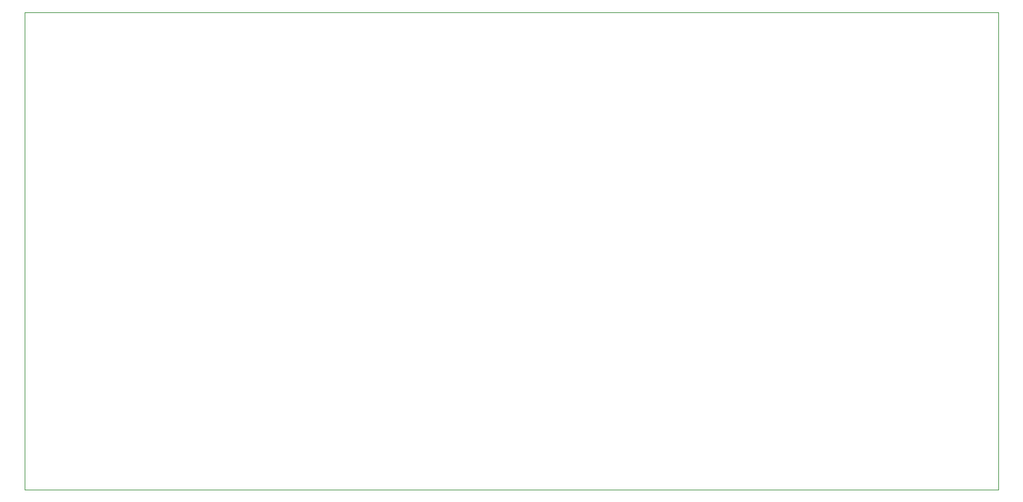
<source format=gbr>
G04 (created by PCBNEW (2013-07-07 BZR 4022)-stable) date 4/14/2014 9:30:58 PM*
%MOIN*%
G04 Gerber Fmt 3.4, Leading zero omitted, Abs format*
%FSLAX34Y34*%
G01*
G70*
G90*
G04 APERTURE LIST*
%ADD10C,0.00590551*%
%ADD11C,0.00393701*%
G04 APERTURE END LIST*
G54D10*
G54D11*
X62500Y-72000D02*
X65000Y-72000D01*
X62500Y-47500D02*
X62500Y-72000D01*
X62750Y-47500D02*
X62500Y-47500D01*
X63250Y-47500D02*
X62750Y-47500D01*
X80750Y-72000D02*
X65000Y-72000D01*
X112500Y-72000D02*
X80750Y-72000D01*
X112500Y-55250D02*
X112500Y-72000D01*
X112500Y-47500D02*
X112500Y-55250D01*
X63250Y-47500D02*
X112500Y-47500D01*
M02*

</source>
